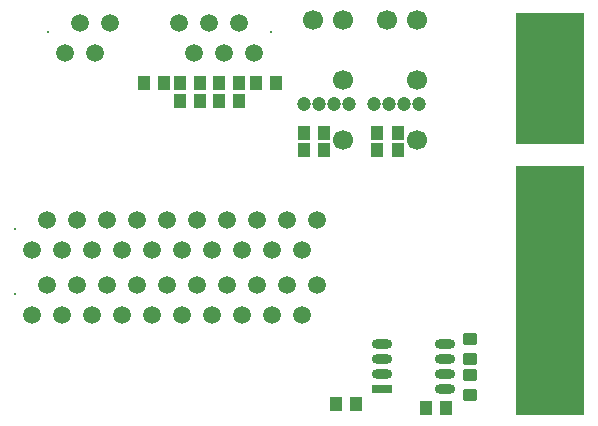
<source format=gbs>
G04 Layer_Color=16711935*
%FSLAX24Y24*%
%MOIN*%
G70*
G01*
G75*
%ADD23C,0.0591*%
%ADD26C,0.0472*%
G04:AMPARAMS|DCode=30|XSize=47.2mil|YSize=43.3mil|CornerRadius=8.4mil|HoleSize=0mil|Usage=FLASHONLY|Rotation=180.000|XOffset=0mil|YOffset=0mil|HoleType=Round|Shape=RoundedRectangle|*
%AMROUNDEDRECTD30*
21,1,0.0472,0.0266,0,0,180.0*
21,1,0.0305,0.0433,0,0,180.0*
1,1,0.0167,-0.0153,0.0133*
1,1,0.0167,0.0153,0.0133*
1,1,0.0167,0.0153,-0.0133*
1,1,0.0167,-0.0153,-0.0133*
%
%ADD30ROUNDEDRECTD30*%
G04:AMPARAMS|DCode=33|XSize=47.2mil|YSize=43.3mil|CornerRadius=8.4mil|HoleSize=0mil|Usage=FLASHONLY|Rotation=270.000|XOffset=0mil|YOffset=0mil|HoleType=Round|Shape=RoundedRectangle|*
%AMROUNDEDRECTD33*
21,1,0.0472,0.0266,0,0,270.0*
21,1,0.0305,0.0433,0,0,270.0*
1,1,0.0167,-0.0133,-0.0153*
1,1,0.0167,-0.0133,0.0153*
1,1,0.0167,0.0133,0.0153*
1,1,0.0167,0.0133,-0.0153*
%
%ADD33ROUNDEDRECTD33*%
%ADD34O,0.0689X0.0315*%
%ADD35R,0.0689X0.0315*%
%ADD36R,0.1732X0.0354*%
%ADD37C,0.0079*%
%ADD38C,0.0669*%
G36*
X19685Y177D02*
X17441D01*
Y8484D01*
X19685D01*
Y177D01*
D02*
G37*
G36*
Y9232D02*
X17441D01*
Y13602D01*
X19685D01*
Y9232D01*
D02*
G37*
D23*
X1299Y3528D02*
D03*
X3299D02*
D03*
X2299D02*
D03*
X1799Y4528D02*
D03*
X2799D02*
D03*
X3799D02*
D03*
X4299Y3528D02*
D03*
X4799Y4528D02*
D03*
X7299Y3528D02*
D03*
X5299D02*
D03*
X6299D02*
D03*
X8299D02*
D03*
X9299D02*
D03*
X7799Y4528D02*
D03*
X8799D02*
D03*
X5799D02*
D03*
X6799D02*
D03*
X9799D02*
D03*
X10299Y3528D02*
D03*
X10799Y4528D02*
D03*
X1299Y5693D02*
D03*
X3299D02*
D03*
X2299D02*
D03*
X1799Y6693D02*
D03*
X2799D02*
D03*
X3799D02*
D03*
X4299Y5693D02*
D03*
X4799Y6693D02*
D03*
X7299Y5693D02*
D03*
X5299D02*
D03*
X6299D02*
D03*
X8299D02*
D03*
X9299D02*
D03*
X7799Y6693D02*
D03*
X8799D02*
D03*
X5799D02*
D03*
X6799D02*
D03*
X9799D02*
D03*
X10299Y5693D02*
D03*
X10799Y6693D02*
D03*
X3392Y12244D02*
D03*
X2392D02*
D03*
X2892Y13244D02*
D03*
X3892D02*
D03*
X6201D02*
D03*
X6701Y12244D02*
D03*
X8701D02*
D03*
X7701D02*
D03*
X8201Y13244D02*
D03*
X7201D02*
D03*
D26*
X10854Y10551D02*
D03*
X10354D02*
D03*
X11854D02*
D03*
X11354D02*
D03*
X13217D02*
D03*
X12717D02*
D03*
X14217D02*
D03*
X13717D02*
D03*
D30*
X15906Y846D02*
D03*
Y1516D02*
D03*
Y2067D02*
D03*
Y2736D02*
D03*
D33*
X10364Y9016D02*
D03*
X11033D02*
D03*
X7539Y10669D02*
D03*
X8209D02*
D03*
X6240D02*
D03*
X6909D02*
D03*
X8760Y11260D02*
D03*
X9429D02*
D03*
X5020D02*
D03*
X5689D02*
D03*
X7539D02*
D03*
X8209D02*
D03*
X6240D02*
D03*
X6909D02*
D03*
X11437Y551D02*
D03*
X12106D02*
D03*
X14429Y433D02*
D03*
X15098D02*
D03*
X12815Y9016D02*
D03*
X13484D02*
D03*
X10374Y9606D02*
D03*
X11043D02*
D03*
X12815D02*
D03*
X13484D02*
D03*
D34*
X12953Y1563D02*
D03*
Y2063D02*
D03*
Y2563D02*
D03*
X15079Y2063D02*
D03*
Y2563D02*
D03*
Y1063D02*
D03*
Y1563D02*
D03*
D35*
X12953Y1063D02*
D03*
D36*
X18307Y394D02*
D03*
Y787D02*
D03*
Y1181D02*
D03*
Y1575D02*
D03*
Y1969D02*
D03*
Y2362D02*
D03*
Y2756D02*
D03*
Y3150D02*
D03*
Y3543D02*
D03*
Y3937D02*
D03*
Y4331D02*
D03*
Y4724D02*
D03*
Y5118D02*
D03*
Y5512D02*
D03*
Y5906D02*
D03*
Y6299D02*
D03*
Y6693D02*
D03*
Y7087D02*
D03*
Y7480D02*
D03*
Y7874D02*
D03*
Y8268D02*
D03*
Y9449D02*
D03*
Y9843D02*
D03*
Y10236D02*
D03*
Y10630D02*
D03*
Y11024D02*
D03*
Y11417D02*
D03*
Y11811D02*
D03*
Y12205D02*
D03*
Y12598D02*
D03*
Y12992D02*
D03*
Y13386D02*
D03*
D37*
X748Y4236D02*
D03*
Y6402D02*
D03*
X1841Y12953D02*
D03*
X9252D02*
D03*
D38*
X10669Y13346D02*
D03*
X11669Y9346D02*
D03*
Y13346D02*
D03*
Y11346D02*
D03*
X13150Y13346D02*
D03*
X14150Y9346D02*
D03*
Y13346D02*
D03*
Y11346D02*
D03*
M02*

</source>
